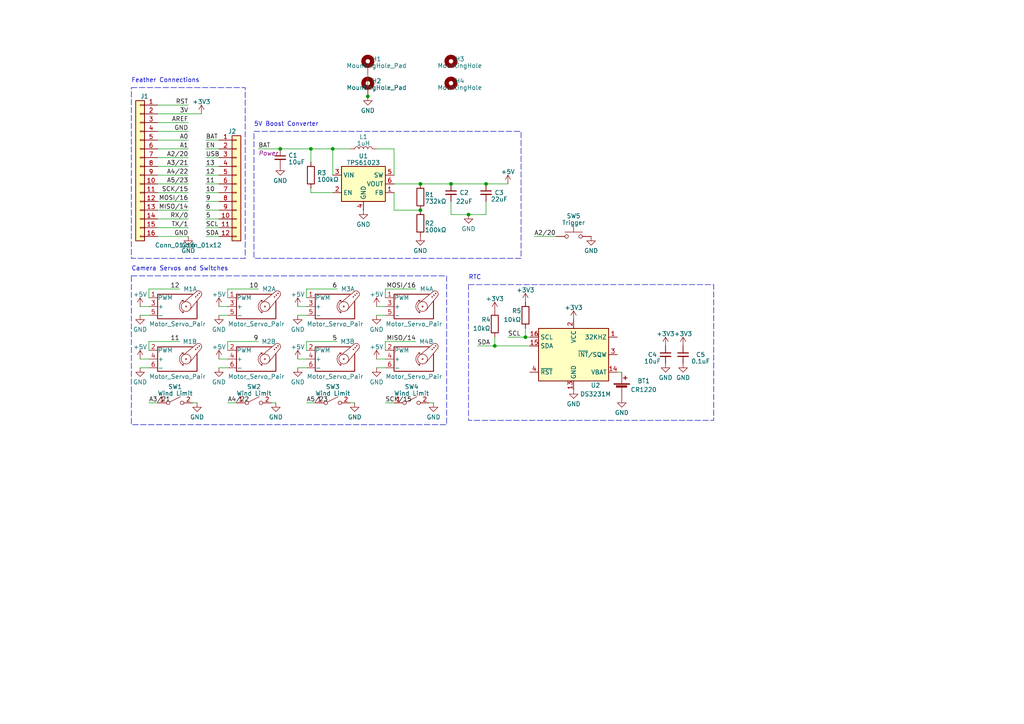
<source format=kicad_sch>
(kicad_sch (version 20230121) (generator eeschema)
  (paper "A4")
  (lib_symbols
    (symbol "Connector_Generic:Conn_01x12" (pin_names (offset 1.016) hide)
      (property "Reference" "J" (at 0 15.24 0))
      (property "Value" "Conn_01x12" (at 0 -17.78 0))
      (symbol "Conn_01x12_1_1"
        (rectangle (start -1.27 -15.113) (end 0 -15.367) (stroke (width 0.1524)))
        (rectangle (start -1.27 -12.573) (end 0 -12.827) (stroke (width 0.1524)))
        (rectangle (start -1.27 -10.033) (end 0 -10.287) (stroke (width 0.1524)))
        (rectangle (start -1.27 -7.493) (end 0 -7.747) (stroke (width 0.1524)))
        (rectangle (start -1.27 -4.953) (end 0 -5.207) (stroke (width 0.1524)))
        (rectangle (start -1.27 -2.413) (end 0 -2.667) (stroke (width 0.1524)))
        (rectangle (start -1.27 0.127) (end 0 -0.127) (stroke (width 0.1524)))
        (rectangle (start -1.27 2.667) (end 0 2.413) (stroke (width 0.1524)))
        (rectangle (start -1.27 5.207) (end 0 4.953) (stroke (width 0.1524)))
        (rectangle (start -1.27 7.747) (end 0 7.493) (stroke (width 0.1524)))
        (rectangle (start -1.27 10.287) (end 0 10.033) (stroke (width 0.1524)))
        (rectangle (start -1.27 12.827) (end 0 12.573) (stroke (width 0.1524)))
        (rectangle (start -1.27 13.97) (end 1.27 -16.51) (stroke (width 0.254)) (fill (type background)))
        (pin passive line (at -5.08 12.7 0) (length 3.81) (name "Pin_1") (number "1"))
        (pin passive line (at -5.08 -10.16 0) (length 3.81) (name "Pin_10") (number "10"))
        (pin passive line (at -5.08 -12.7 0) (length 3.81) (name "Pin_11") (number "11"))
        (pin passive line (at -5.08 -15.24 0) (length 3.81) (name "Pin_12") (number "12"))
        (pin passive line (at -5.08 10.16 0) (length 3.81) (name "Pin_2") (number "2"))
        (pin passive line (at -5.08 7.62 0) (length 3.81) (name "Pin_3") (number "3"))
        (pin passive line (at -5.08 5.08 0) (length 3.81) (name "Pin_4") (number "4"))
        (pin passive line (at -5.08 2.54 0) (length 3.81) (name "Pin_5") (number "5"))
        (pin passive line (at -5.08 0 0) (length 3.81) (name "Pin_6") (number "6"))
        (pin passive line (at -5.08 -2.54 0) (length 3.81) (name "Pin_7") (number "7"))
        (pin passive line (at -5.08 -5.08 0) (length 3.81) (name "Pin_8") (number "8"))
        (pin passive line (at -5.08 -7.62 0) (length 3.81) (name "Pin_9") (number "9"))
      )
    )
    (symbol "Connector_Generic:Conn_01x16" (pin_names (offset 1.016) hide)
      (property "Reference" "J" (at 0 20.32 0))
      (property "Value" "Conn_01x16" (at 0 -22.86 0))
      (symbol "Conn_01x16_1_1"
        (rectangle (start -1.27 -20.193) (end 0 -20.447) (stroke (width 0.1524)))
        (rectangle (start -1.27 -17.653) (end 0 -17.907) (stroke (width 0.1524)))
        (rectangle (start -1.27 -15.113) (end 0 -15.367) (stroke (width 0.1524)))
        (rectangle (start -1.27 -12.573) (end 0 -12.827) (stroke (width 0.1524)))
        (rectangle (start -1.27 -10.033) (end 0 -10.287) (stroke (width 0.1524)))
        (rectangle (start -1.27 -7.493) (end 0 -7.747) (stroke (width 0.1524)))
        (rectangle (start -1.27 -4.953) (end 0 -5.207) (stroke (width 0.1524)))
        (rectangle (start -1.27 -2.413) (end 0 -2.667) (stroke (width 0.1524)))
        (rectangle (start -1.27 0.127) (end 0 -0.127) (stroke (width 0.1524)))
        (rectangle (start -1.27 2.667) (end 0 2.413) (stroke (width 0.1524)))
        (rectangle (start -1.27 5.207) (end 0 4.953) (stroke (width 0.1524)))
        (rectangle (start -1.27 7.747) (end 0 7.493) (stroke (width 0.1524)))
        (rectangle (start -1.27 10.287) (end 0 10.033) (stroke (width 0.1524)))
        (rectangle (start -1.27 12.827) (end 0 12.573) (stroke (width 0.1524)))
        (rectangle (start -1.27 15.367) (end 0 15.113) (stroke (width 0.1524)))
        (rectangle (start -1.27 17.907) (end 0 17.653) (stroke (width 0.1524)))
        (rectangle (start -1.27 19.05) (end 1.27 -21.59) (stroke (width 0.254)) (fill (type background)))
        (pin passive line (at -5.08 17.78 0) (length 3.81) (name "Pin_1") (number "1"))
        (pin passive line (at -5.08 -5.08 0) (length 3.81) (name "Pin_10") (number "10"))
        (pin passive line (at -5.08 -7.62 0) (length 3.81) (name "Pin_11") (number "11"))
        (pin passive line (at -5.08 -10.16 0) (length 3.81) (name "Pin_12") (number "12"))
        (pin passive line (at -5.08 -12.7 0) (length 3.81) (name "Pin_13") (number "13"))
        (pin passive line (at -5.08 -15.24 0) (length 3.81) (name "Pin_14") (number "14"))
        (pin passive line (at -5.08 -17.78 0) (length 3.81) (name "Pin_15") (number "15"))
        (pin passive line (at -5.08 -20.32 0) (length 3.81) (name "Pin_16") (number "16"))
        (pin passive line (at -5.08 15.24 0) (length 3.81) (name "Pin_2") (number "2"))
        (pin passive line (at -5.08 12.7 0) (length 3.81) (name "Pin_3") (number "3"))
        (pin passive line (at -5.08 10.16 0) (length 3.81) (name "Pin_4") (number "4"))
        (pin passive line (at -5.08 7.62 0) (length 3.81) (name "Pin_5") (number "5"))
        (pin passive line (at -5.08 5.08 0) (length 3.81) (name "Pin_6") (number "6"))
        (pin passive line (at -5.08 2.54 0) (length 3.81) (name "Pin_7") (number "7"))
        (pin passive line (at -5.08 0 0) (length 3.81) (name "Pin_8") (number "8"))
        (pin passive line (at -5.08 -2.54 0) (length 3.81) (name "Pin_9") (number "9"))
      )
    )
    (symbol "Device:Battery_Cell" (pin_numbers hide) (pin_names (offset 0) hide)
      (property "Reference" "BT" (at 2.54 2.54 0))
      (property "Value" "Battery_Cell" (at 2.54 0 0))
      (symbol "Battery_Cell_0_1"
        (rectangle (start -2.286 1.778) (end 2.286 1.524) (fill (type outline)))
        (rectangle (start -1.5748 1.1938) (end 1.4732 0.6858) (fill (type outline)))
        (polyline (pts (xy 0 0.762) (xy 0 0)))
        (polyline (pts (xy 0 1.778) (xy 0 2.54)))
        (polyline (pts (xy 0.508 3.429) (xy 1.524 3.429)) (stroke (width 0.254)))
        (polyline (pts (xy 1.016 3.937) (xy 1.016 2.921)) (stroke (width 0.254)))
      )
      (symbol "Battery_Cell_1_1"
        (pin passive line (at 0 5.08 270) (length 2.54) (name "+") (number "1"))
        (pin passive line (at 0 -2.54 90) (length 2.54) (name "-") (number "2"))
      )
    )
    (symbol "Device:C_Small" (pin_numbers hide) (pin_names (offset 0.254) hide)
      (property "Reference" "C" (at 0.254 1.778 0))
      (property "Value" "C_Small" (at 0.254 -2.032 0))
      (symbol "C_Small_0_1"
        (polyline (pts (xy -1.524 -0.508) (xy 1.524 -0.508)) (stroke (width 0.3302)))
        (polyline (pts (xy -1.524 0.508) (xy 1.524 0.508)) (stroke (width 0.3048)))
      )
      (symbol "C_Small_1_1"
        (pin passive line (at 0 2.54 270) (length 2.032) (name "~") (number "1"))
        (pin passive line (at 0 -2.54 90) (length 2.032) (name "~") (number "2"))
      )
    )
    (symbol "Device:L" (pin_numbers hide) (pin_names (offset 1.016) hide)
      (property "Reference" "L" (at -1.27 0 90))
      (property "Value" "L" (at 1.905 0 90))
      (symbol "L_0_1"
        (arc (start 0 -2.54) (mid 0.6323 -1.905) (end 0 -1.27))
        (arc (start 0 -1.27) (mid 0.6323 -0.635) (end 0 0))
        (arc (start 0 0) (mid 0.6323 0.635) (end 0 1.27))
        (arc (start 0 1.27) (mid 0.6323 1.905) (end 0 2.54))
      )
      (symbol "L_1_1"
        (pin passive line (at 0 3.81 270) (length 1.27) (name "1") (number "1"))
        (pin passive line (at 0 -3.81 90) (length 1.27) (name "2") (number "2"))
      )
    )
    (symbol "Device:R" (pin_numbers hide) (pin_names (offset 0))
      (property "Reference" "R" (at 2.032 0 90))
      (property "Value" "R" (at 0 0 90))
      (symbol "R_0_1"
        (rectangle (start -1.016 -2.54) (end 1.016 2.54) (stroke (width 0.254)))
      )
      (symbol "R_1_1"
        (pin passive line (at 0 3.81 270) (length 1.27) (name "~") (number "1"))
        (pin passive line (at 0 -3.81 90) (length 1.27) (name "~") (number "2"))
      )
    )
    (symbol "Dispocam_Hub:Motor_Servo_Pair" (pin_names (offset 0.0254))
      (property "Reference" "M" (at -5.08 4.445 0))
      (property "Value" "Motor_Servo_Pair" (at -5.08 -4.064 0))
      (symbol "Motor_Servo_Pair_0_1"
        (polyline (pts (xy 2.413 -1.778) (xy 2.032 -1.778)))
        (polyline (pts (xy 2.413 -1.778) (xy 2.286 -1.397)))
        (polyline (pts (xy 2.413 1.778) (xy 1.905 1.778)))
        (polyline (pts (xy 2.413 1.778) (xy 2.286 1.397)))
        (polyline (pts (xy 6.35 4.445) (xy 2.54 1.27)))
        (polyline (pts (xy 7.62 3.175) (xy 4.191 -1.016)))
        (polyline (pts (xy 5.08 3.556) (xy -5.08 3.556) (xy -5.08 -3.556) (xy 6.35 -3.556) (xy 6.35 1.524)) (stroke (width 0.254)))
        (arc (start 2.413 1.778) (mid 1.2406 0) (end 2.413 -1.778))
        (circle (center 3.175 0) (radius 0.1778))
        (circle (center 3.175 0) (radius 1.4224))
        (circle (center 5.969 2.794) (radius 0.127))
        (circle (center 6.477 3.302) (radius 0.127))
        (circle (center 6.985 3.81) (radius 0.127))
        (arc (start 7.62 3.175) (mid 7.4485 4.2735) (end 6.35 4.445))
      )
      (symbol "Motor_Servo_Pair_1_1"
        (pin passive line (at -7.62 2.54 0) (length 2.54) (name "PWM") (number "1"))
        (pin power_in line (at -7.62 0 0) (length 2.54) (name "+") (number "3"))
        (pin power_in line (at -7.62 -2.54 0) (length 2.54) (name "-") (number "5"))
      )
      (symbol "Motor_Servo_Pair_2_1"
        (pin passive line (at -7.62 2.54 0) (length 2.54) (name "PWM") (number "2"))
        (pin power_in line (at -7.62 0 0) (length 2.54) (name "+") (number "4"))
        (pin power_in line (at -7.62 -2.54 0) (length 2.54) (name "-") (number "6"))
      )
    )
    (symbol "Dispocam_Hub:TPS61023"
      (property "Reference" "U" (at 0 8.89 0))
      (property "Value" "TPS61023" (at 0 6.35 0))
      (symbol "TPS61023_0_1"
        (rectangle (start -6.35 5.08) (end 6.35 -5.08) (stroke (width 0.254)) (fill (type background)))
      )
      (symbol "TPS61023_1_0"
        (pin power_out line (at 8.89 0 180) (length 2.54) (name "VOUT") (number "6"))
      )
      (symbol "TPS61023_1_1"
        (pin input line (at 8.89 -2.54 180) (length 2.54) (name "FB") (number "1"))
        (pin input line (at -8.89 -2.54 0) (length 2.54) (name "EN") (number "2"))
        (pin power_in line (at -8.89 2.54 0) (length 2.54) (name "VIN") (number "3"))
        (pin power_in line (at 0 -7.62 90) (length 2.54) (name "GND") (number "4"))
        (pin power_out line (at 8.89 2.54 180) (length 2.54) (name "SW") (number "5"))
      )
    )
    (symbol "Mechanical:MountingHole" (pin_names (offset 1.016))
      (property "Reference" "H" (at 0 5.08 0))
      (property "Value" "MountingHole" (at 0 3.175 0))
      (symbol "MountingHole_0_1"
        (circle (center 0 0) (radius 1.27) (stroke (width 1.27)))
      )
    )
    (symbol "Mechanical:MountingHole_Pad" (pin_numbers hide) (pin_names (offset 1.016) hide)
      (property "Reference" "H" (at 0 6.35 0))
      (property "Value" "MountingHole_Pad" (at 0 4.445 0))
      (symbol "MountingHole_Pad_0_1"
        (circle (center 0 1.27) (radius 1.27) (stroke (width 1.27)))
      )
      (symbol "MountingHole_Pad_1_1"
        (pin input line (at 0 -2.54 90) (length 2.54) (name "1") (number "1"))
      )
    )
    (symbol "Switch:SW_Push" (pin_numbers hide) (pin_names (offset 1.016) hide)
      (property "Reference" "SW" (at 1.27 2.54 0))
      (property "Value" "SW_Push" (at 0 -1.524 0))
      (symbol "SW_Push_0_1"
        (circle (center -2.032 0) (radius 0.508))
        (polyline (pts (xy 0 1.27) (xy 0 3.048)))
        (polyline (pts (xy 2.54 1.27) (xy -2.54 1.27)))
        (circle (center 2.032 0) (radius 0.508))
        (pin passive line (at -5.08 0 0) (length 2.54) (name "1") (number "1"))
        (pin passive line (at 5.08 0 180) (length 2.54) (name "2") (number "2"))
      )
    )
    (symbol "Switch:SW_SPST" (pin_names (offset 0) hide)
      (property "Reference" "SW" (at 0 3.175 0))
      (property "Value" "SW_SPST" (at 0 -2.54 0))
      (symbol "SW_SPST_0_0"
        (circle (center -2.032 0) (radius 0.508))
        (polyline (pts (xy -1.524 0.254) (xy 1.524 1.778)))
        (circle (center 2.032 0) (radius 0.508))
      )
      (symbol "SW_SPST_1_1"
        (pin passive line (at -5.08 0 0) (length 2.54) (name "A") (number "1"))
        (pin passive line (at 5.08 0 180) (length 2.54) (name "B") (number "2"))
      )
    )
    (symbol "Timer_RTC:DS3231M"
      (property "Reference" "U2" (at 1.9559 -9.3425 0))
      (property "Value" "DS3231M" (at 1.9559 -11.2635 0))
      (symbol "DS3231M_0_1"
        (rectangle (start -10.16 7.62) (end 10.16 -7.62) (stroke (width 0.254)) (fill (type background)))
      )
      (symbol "DS3231M_1_1"
        (pin open_collector line (at 12.7 5.08 180) (length 2.54) (name "32KHZ") (number "1"))
        (pin passive line (at 0 -10.16 90) (length 2.54) hide (name "GND") (number "10"))
        (pin passive line (at 0 -10.16 90) (length 2.54) hide (name "GND") (number "11"))
        (pin passive line (at 0 -10.16 90) (length 2.54) hide (name "GND") (number "12"))
        (pin power_in line (at 0 -10.16 90) (length 2.54) (name "GND") (number "13"))
        (pin power_in line (at 12.7 -5.08 180) (length 2.54) (name "VBAT") (number "14"))
        (pin bidirectional line (at -12.7 2.54 0) (length 2.54) (name "SDA") (number "15"))
        (pin input line (at -12.7 5.08 0) (length 2.54) (name "SCL") (number "16"))
        (pin power_in line (at 0 10.16 270) (length 2.54) (name "VCC") (number "2"))
        (pin open_collector line (at 12.7 0 180) (length 2.54) (name "~{INT}/SQW") (number "3"))
        (pin bidirectional line (at -12.7 -5.08 0) (length 2.54) (name "~{RST}") (number "4"))
        (pin passive line (at 0 -10.16 90) (length 2.54) hide (name "GND") (number "5"))
        (pin passive line (at 0 -10.16 90) (length 2.54) hide (name "GND") (number "6"))
        (pin passive line (at 0 -10.16 90) (length 2.54) hide (name "GND") (number "7"))
        (pin passive line (at 0 -10.16 90) (length 2.54) hide (name "GND") (number "8"))
        (pin passive line (at 0 -10.16 90) (length 2.54) hide (name "GND") (number "9"))
      )
    )
    (symbol "power:+3V3" (power) (pin_names (offset 0))
      (property "Value" "+3V3" (at 0 3.556 0))
      (symbol "+3V3_0_1"
        (polyline (pts (xy -0.762 1.27) (xy 0 2.54)))
        (polyline (pts (xy 0 0) (xy 0 2.54)))
        (polyline (pts (xy 0 2.54) (xy 0.762 1.27)))
      )
      (symbol "+3V3_1_1"
        (pin power_in line (at 0 0 90) (length 0) hide (name "+3V3") (number "1"))
      )
    )
    (symbol "power:+5V" (power) (pin_names (offset 0))
      (property "Value" "+5V" (at 0 3.556 0))
      (symbol "+5V_0_1"
        (polyline (pts (xy -0.762 1.27) (xy 0 2.54)))
        (polyline (pts (xy 0 0) (xy 0 2.54)))
        (polyline (pts (xy 0 2.54) (xy 0.762 1.27)))
      )
      (symbol "+5V_1_1"
        (pin power_in line (at 0 0 90) (length 0) hide (name "+5V") (number "1"))
      )
    )
    (symbol "power:GND" (power) (pin_names (offset 0))
      (property "Value" "GND" (at 0 -3.81 0))
      (symbol "GND_0_1"
        (polyline (pts (xy 0 0) (xy 0 -1.27) (xy 1.27 -1.27) (xy 0 -2.54) (xy -1.27 -1.27) (xy 0 -1.27)))
      )
      (symbol "GND_1_1"
        (pin power_in line (at 0 0 270) (length 0) hide (name "GND") (number "1"))
      )
    )
  )
  (junction (at 130.81 53.34))
  (junction (at 140.97 53.34))
  (junction (at 135.89 62.23))
  (junction (at 81.28 43.18))
  (junction (at 96.52 43.18))
  (junction (at 121.92 53.34))
  (junction (at 106.68 27.94))
  (junction (at 90.17 43.18))
  (junction (at 152.4 97.79))
  (junction (at 143.51 100.33))
  (junction (at 121.92 60.96))
  (wire (pts (xy 43.18 99.06) (xy 43.18 101.6)))
  (wire (pts (xy 45.72 55.88) (xy 54.61 55.88)))
  (wire (pts (xy 45.72 63.5) (xy 54.61 63.5)))
  (wire (pts (xy 63.5 88.9) (xy 66.04 88.9)))
  (wire (pts (xy 140.97 62.23) (xy 140.97 58.42)))
  (wire (pts (xy 109.22 104.14) (xy 111.76 104.14)))
  (wire (pts (xy 97.79 83.82) (xy 88.9 83.82)))
  (wire (pts (xy 111.76 116.84) (xy 114.3 116.84)))
  (wire (pts (xy 45.72 45.72) (xy 54.61 45.72)))
  (wire (pts (xy 45.72 53.34) (xy 54.61 53.34)))
  (wire (pts (xy 59.69 50.8) (xy 63.5 50.8)))
  (wire (pts (xy 45.72 38.1) (xy 54.61 38.1)))
  (wire (pts (xy 74.93 99.06) (xy 66.04 99.06)))
  (wire (pts (xy 106.68 27.94) (xy 106.68 21.59)))
  (wire (pts (xy 143.51 97.79) (xy 143.51 100.33)))
  (wire (pts (xy 109.22 106.68) (xy 111.76 106.68)))
  (wire (pts (xy 114.3 55.88) (xy 114.3 60.96)))
  (wire (pts (xy 45.72 66.04) (xy 54.61 66.04)))
  (wire (pts (xy 45.72 48.26) (xy 54.61 48.26)))
  (wire (pts (xy 180.34 107.95) (xy 179.07 107.95)))
  (wire (pts (xy 40.64 88.9) (xy 43.18 88.9)))
  (wire (pts (xy 59.69 68.58) (xy 63.5 68.58)))
  (wire (pts (xy 86.36 106.68) (xy 88.9 106.68)))
  (wire (pts (xy 59.69 60.96) (xy 63.5 60.96)))
  (wire (pts (xy 120.65 99.06) (xy 111.76 99.06)))
  (wire (pts (xy 59.69 45.72) (xy 63.5 45.72)))
  (wire (pts (xy 109.22 91.44) (xy 111.76 91.44)))
  (wire (pts (xy 109.22 88.9) (xy 111.76 88.9)))
  (wire (pts (xy 88.9 116.84) (xy 91.44 116.84)))
  (wire (pts (xy 120.65 83.82) (xy 111.76 83.82)))
  (wire (pts (xy 135.89 62.23) (xy 140.97 62.23)))
  (wire (pts (xy 102.87 116.84) (xy 101.6 116.84)))
  (wire (pts (xy 114.3 53.34) (xy 121.92 53.34)))
  (wire (pts (xy 66.04 99.06) (xy 66.04 101.6)))
  (wire (pts (xy 45.72 43.18) (xy 54.61 43.18)))
  (wire (pts (xy 96.52 43.18) (xy 96.52 50.8)))
  (wire (pts (xy 59.69 40.64) (xy 63.5 40.64)))
  (wire (pts (xy 74.93 43.18) (xy 81.28 43.18)))
  (wire (pts (xy 109.22 43.18) (xy 114.3 43.18)))
  (wire (pts (xy 111.76 83.82) (xy 111.76 86.36)))
  (wire (pts (xy 125.73 116.84) (xy 124.46 116.84)))
  (wire (pts (xy 52.07 99.06) (xy 43.18 99.06)))
  (wire (pts (xy 114.3 60.96) (xy 121.92 60.96)))
  (wire (pts (xy 52.07 83.82) (xy 43.18 83.82)))
  (wire (pts (xy 86.36 88.9) (xy 88.9 88.9)))
  (wire (pts (xy 101.6 43.18) (xy 96.52 43.18)))
  (wire (pts (xy 121.92 53.34) (xy 130.81 53.34)))
  (wire (pts (xy 63.5 106.68) (xy 66.04 106.68)))
  (wire (pts (xy 74.93 83.82) (xy 66.04 83.82)))
  (wire (pts (xy 88.9 83.82) (xy 88.9 86.36)))
  (wire (pts (xy 130.81 62.23) (xy 130.81 58.42)))
  (wire (pts (xy 45.72 33.02) (xy 58.42 33.02)))
  (wire (pts (xy 59.69 63.5) (xy 63.5 63.5)))
  (wire (pts (xy 81.28 43.18) (xy 90.17 43.18)))
  (wire (pts (xy 45.72 35.56) (xy 54.61 35.56)))
  (wire (pts (xy 80.01 116.84) (xy 78.74 116.84)))
  (wire (pts (xy 90.17 55.88) (xy 96.52 55.88)))
  (wire (pts (xy 40.64 91.44) (xy 43.18 91.44)))
  (wire (pts (xy 40.64 104.14) (xy 43.18 104.14)))
  (wire (pts (xy 40.64 106.68) (xy 43.18 106.68)))
  (wire (pts (xy 45.72 60.96) (xy 54.61 60.96)))
  (wire (pts (xy 43.18 116.84) (xy 45.72 116.84)))
  (wire (pts (xy 130.81 53.34) (xy 140.97 53.34)))
  (wire (pts (xy 130.81 62.23) (xy 135.89 62.23)))
  (wire (pts (xy 88.9 99.06) (xy 88.9 101.6)))
  (wire (pts (xy 154.94 68.58) (xy 161.29 68.58)))
  (wire (pts (xy 147.32 97.79) (xy 152.4 97.79)))
  (wire (pts (xy 111.76 99.06) (xy 111.76 101.6)))
  (wire (pts (xy 114.3 43.18) (xy 114.3 50.8)))
  (wire (pts (xy 86.36 91.44) (xy 88.9 91.44)))
  (wire (pts (xy 90.17 43.18) (xy 96.52 43.18)))
  (wire (pts (xy 45.72 30.48) (xy 54.61 30.48)))
  (wire (pts (xy 97.79 99.06) (xy 88.9 99.06)))
  (wire (pts (xy 63.5 91.44) (xy 66.04 91.44)))
  (wire (pts (xy 66.04 116.84) (xy 68.58 116.84)))
  (wire (pts (xy 86.36 104.14) (xy 88.9 104.14)))
  (wire (pts (xy 45.72 50.8) (xy 54.61 50.8)))
  (wire (pts (xy 59.69 55.88) (xy 63.5 55.88)))
  (wire (pts (xy 59.69 48.26) (xy 63.5 48.26)))
  (wire (pts (xy 45.72 68.58) (xy 54.61 68.58)))
  (wire (pts (xy 90.17 46.99) (xy 90.17 43.18)))
  (wire (pts (xy 59.69 43.18) (xy 63.5 43.18)))
  (wire (pts (xy 57.15 116.84) (xy 55.88 116.84)))
  (wire (pts (xy 63.5 104.14) (xy 66.04 104.14)))
  (wire (pts (xy 138.43 100.33) (xy 143.51 100.33)))
  (wire (pts (xy 152.4 95.25) (xy 152.4 97.79)))
  (wire (pts (xy 59.69 53.34) (xy 63.5 53.34)))
  (wire (pts (xy 45.72 58.42) (xy 54.61 58.42)))
  (wire (pts (xy 66.04 83.82) (xy 66.04 86.36)))
  (wire (pts (xy 59.69 58.42) (xy 63.5 58.42)))
  (wire (pts (xy 152.4 97.79) (xy 153.67 97.79)))
  (wire (pts (xy 90.17 54.61) (xy 90.17 55.88)))
  (wire (pts (xy 45.72 40.64) (xy 54.61 40.64)))
  (wire (pts (xy 140.97 53.34) (xy 147.32 53.34)))
  (wire (pts (xy 43.18 83.82) (xy 43.18 86.36)))
  (wire (pts (xy 143.51 100.33) (xy 153.67 100.33)))
  (wire (pts (xy 59.69 66.04) (xy 63.5 66.04)))
  (rectangle (start 38.1 80.01) (end 129.54 123.19) (stroke (width 0) (type dash)))
  (rectangle (start 135.89 82.55) (end 207.01 121.92) (stroke (width 0) (type dash)))
  (rectangle (start 73.66 38.1) (end 151.13 74.93) (stroke (width 0) (type dash)))
  (rectangle (start 38.1 25.4) (end 71.12 74.93) (stroke (width 0) (type dash)))
  (text "5V Boost Converter" (at 73.66 36.83 0) (effects (font (size 1.27 1.27)) (justify left bottom)))
  (text "RTC" (at 135.89 81.28 0) (effects (font (size 1.27 1.27)) (justify left bottom)))
  (text "Camera Servos and Switches" (at 38.1 78.74 0) (effects (font (size 1.27 1.27)) (justify left bottom)))
  (text "Feather Connections" (at 38.1 24.13 0) (effects (font (size 1.27 1.27)) (justify left bottom)))
  (label "BAT" (at 59.69 40.64 0))
  (label "3V" (at 54.61 33.02 180))
  (label "11" (at 59.69 53.34 0))
  (label "A4{slash}22" (at 66.04 116.84 0))
  (label "SCL" (at 59.69 66.04 0))
  (label "AREF" (at 54.61 35.56 180))
  (label "10" (at 74.93 83.82 180))
  (label "A3{slash}21" (at 54.61 48.26 180))
  (label "MISO{slash}14" (at 120.65 99.06 180))
  (label "12" (at 52.07 83.82 180))
  (label "A4{slash}22" (at 54.61 50.8 180))
  (label "A0" (at 54.61 40.64 180))
  (label "SCL" (at 147.32 97.79 0))
  (label "A1" (at 54.61 43.18 180))
  (label "9" (at 59.69 58.42 0))
  (label "RX{slash}0" (at 54.61 63.5 180))
  (label "A5{slash}23" (at 88.9 116.84 0))
  (label "MOSI{slash}16" (at 120.65 83.82 180))
  (label "A2{slash}20" (at 154.94 68.58 0))
  (label "13" (at 59.69 48.26 0))
  (label "5" (at 59.69 63.5 0))
  (label "EN" (at 59.69 43.18 0))
  (label "9" (at 74.93 99.06 180))
  (label "BAT" (at 74.93 43.18 0) (property "Netclass" "Power" (at 74.93 44.45 0) (effects (font italic) (justify left))))
  (label "10" (at 59.69 55.88 0))
  (label "5" (at 97.79 99.06 180))
  (label "A5{slash}23" (at 54.61 53.34 180))
  (label "6" (at 97.79 83.82 180))
  (label "A3{slash}21" (at 43.18 116.84 0))
  (label "MISO{slash}14" (at 54.61 60.96 180))
  (label "SCK{slash}15" (at 111.76 116.84 0))
  (label "GND" (at 54.61 38.1 180))
  (label "SDA" (at 138.43 100.33 0))
  (label "6" (at 59.69 60.96 0))
  (label "RST" (at 54.61 30.48 180))
  (label "SDA" (at 59.69 68.58 0))
  (label "12" (at 59.69 50.8 0))
  (label "TX{slash}1" (at 54.61 66.04 180))
  (label "MOSI{slash}16" (at 54.61 58.42 180))
  (label "SCK{slash}15" (at 54.61 55.88 180))
  (label "11" (at 52.07 99.06 180))
  (label "USB" (at 59.69 45.72 0))
  (label "A2{slash}20" (at 54.61 45.72 180))
  (label "GND" (at 54.61 68.58 180))
  (symbol (lib_id "power:GND") (at 40.64 91.44 0) (unit 1)
    (property "Reference" "#PWR09" (effects hide))
    (property "Value" "GND" (at 40.64 95.5755 0))
  )
  (symbol (lib_id "power:GND") (at 109.22 91.44 0) (unit 1)
    (property "Reference" "#PWR023" (effects hide))
    (property "Value" "GND" (at 109.22 95.5755 0))
  )
  (symbol (lib_id "Connector_Generic:Conn_01x12") (at 68.58 53.34 0) (unit 1)
    (property "Reference" "J2" (at 67.31 38.1 0))
    (property "Value" "Conn_01x12" (at 58.42 71.12 0))
    (property "Footprint" "Connector_PinHeader_2.54mm:PinHeader_1x12_P2.54mm_Vertical" (effects hide))
  )
  (symbol (lib_id "power:+3V3") (at 166.37 92.71 0) (unit 1)
    (property "Reference" "#PWR028" (effects hide))
    (property "Value" "+3V3" (at 166.37 89.2081 0))
  )
  (symbol (lib_id "power:GND") (at 171.45 68.58 0) (unit 1)
    (property "Reference" "#PWR037" (effects hide))
    (property "Value" "GND" (at 171.45 72.7155 0))
  )
  (symbol (lib_id "Dispocam_Hub:Motor_Servo_Pair") (at 50.8 88.9 0) (unit 1)
    (property "Reference" "M1" (at 57.15 83.82 0) (effects (justify right)))
    (property "Value" "Motor_Servo_Pair" (at 59.69 93.98 0) (effects (justify right)))
    (property "Footprint" "Connector_PinHeader_2.54mm:PinHeader_2x03_P2.54mm_Vertical" (effects hide))
    (property "Datasheet" "http://forums.parallax.com/uploads/attachments/46831/74481.png" (effects hide))
    (property "Digikey Part #" "609-3234-ND" (effects hide))
  )
  (symbol (lib_id "Dispocam_Hub:Motor_Servo_Pair") (at 96.52 88.9 0) (unit 1)
    (property "Reference" "M3" (at 102.87 83.82 0) (effects (justify right)))
    (property "Value" "Motor_Servo_Pair" (at 105.41 93.98 0) (effects (justify right)))
    (property "Footprint" "Connector_PinHeader_2.54mm:PinHeader_2x03_P2.54mm_Vertical" (effects hide))
    (property "Datasheet" "http://forums.parallax.com/uploads/attachments/46831/74481.png" (effects hide))
    (property "Digikey Part #" "609-3234-ND" (effects hide))
  )
  (symbol (lib_id "power:GND") (at 125.73 116.84 0) (unit 1)
    (property "Reference" "#PWR026" (effects hide))
    (property "Value" "GND" (at 125.73 120.9755 0))
  )
  (symbol (lib_id "Device:C_Small") (at 130.81 55.88 0) (unit 1)
    (property "Reference" "C2" (at 134.62 55.88 0))
    (property "Value" "22uF" (at 134.62 58.42 0))
    (property "Footprint" "Capacitor_SMD:C_0603_1608Metric" (effects hide))
    (property "Digikey Part #" "1276-1274-1-ND" (effects hide))
  )
  (symbol (lib_id "power:GND") (at 57.15 116.84 0) (unit 1)
    (property "Reference" "#PWR06" (effects hide))
    (property "Value" "GND" (at 57.15 120.9755 0))
  )
  (symbol (lib_id "Device:R") (at 143.51 93.98 0) (mirror y) (unit 1)
    (property "Reference" "R4" (at 140.97 92.71 0))
    (property "Value" "10kΩ" (at 139.7 95.25 0))
    (property "Footprint" "Resistor_SMD:R_0603_1608Metric" (effects hide))
    (property "Digikey Part #" "RNCP0603FTD10K0CT-ND" (effects hide))
  )
  (symbol (lib_id "power:+5V") (at 109.22 104.14 0) (unit 1)
    (property "Reference" "#PWR024" (effects hide))
    (property "Value" "+5V" (at 109.22 100.6381 0))
  )
  (symbol (lib_id "Switch:SW_SPST") (at 96.52 116.84 0) (unit 1)
    (property "Reference" "SW3" (at 96.52 112.1791 0))
    (property "Value" "Wind Limit" (at 96.52 114.1001 0))
    (property "Footprint" "Connector_PinHeader_2.54mm:PinHeader_1x02_P2.54mm_Vertical" (effects hide))
  )
  (symbol (lib_id "Mechanical:MountingHole") (at 130.81 17.78 0) (unit 1) (in_bom no)
    (property "Reference" "H3" (at 133.35 17.1363 0))
    (property "Value" "MountingHole" (at 133.35 19.0573 0))
    (property "Footprint" "Dispocam_Hub:MountingHole_0.1in" (effects hide))
  )
  (symbol (lib_id "power:GND") (at 86.36 91.44 0) (unit 1)
    (property "Reference" "#PWR018" (effects hide))
    (property "Value" "GND" (at 86.36 95.5755 0))
  )
  (symbol (lib_id "power:+5V") (at 147.32 53.34 0) (unit 1)
    (property "Reference" "#PWR07" (effects hide))
    (property "Value" "+5V" (at 147.32 49.8381 0))
  )
  (symbol (lib_id "power:+3V3") (at 198.12 100.33 0) (unit 1)
    (property "Reference" "#PWR033" (effects hide))
    (property "Value" "+3V3" (at 198.12 96.8281 0))
  )
  (symbol (lib_id "power:GND") (at 86.36 106.68 0) (unit 1)
    (property "Reference" "#PWR020" (effects hide))
    (property "Value" "GND" (at 86.36 110.8155 0))
  )
  (symbol (lib_id "power:+5V") (at 63.5 104.14 0) (unit 1)
    (property "Reference" "#PWR014" (effects hide))
    (property "Value" "+5V" (at 63.5 100.6381 0))
  )
  (symbol (lib_id "power:GND") (at 198.12 105.41 0) (unit 1)
    (property "Reference" "#PWR034" (effects hide))
    (property "Value" "GND" (at 198.12 109.5455 0))
  )
  (symbol (lib_id "Switch:SW_SPST") (at 119.38 116.84 0) (unit 1)
    (property "Reference" "SW4" (at 119.38 112.1791 0))
    (property "Value" "Wind Limit" (at 119.38 114.1001 0))
    (property "Footprint" "Connector_PinHeader_2.54mm:PinHeader_1x02_P2.54mm_Vertical" (effects hide))
  )
  (symbol (lib_id "power:GND") (at 80.01 116.84 0) (unit 1)
    (property "Reference" "#PWR016" (effects hide))
    (property "Value" "GND" (at 80.01 120.9755 0))
  )
  (symbol (lib_id "power:GND") (at 63.5 91.44 0) (unit 1)
    (property "Reference" "#PWR013" (effects hide))
    (property "Value" "GND" (at 63.5 95.5755 0))
  )
  (symbol (lib_id "Dispocam_Hub:TPS61023") (at 105.41 53.34 0) (unit 1)
    (property "Reference" "U1" (at 105.41 45.2501 0))
    (property "Value" "TPS61023" (at 105.41 47.1711 0))
    (property "Footprint" "Package_TO_SOT_SMD:SOT-563" (effects hide))
    (property "Datasheet" "http://www.ti.com/lit/ds/symlink/tps61023.pdf" (effects hide))
    (property "Digikey Part #" "296-TPS61023DRLTCT-ND" (effects hide))
  )
  (symbol (lib_id "power:GND") (at 193.04 105.41 0) (unit 1)
    (property "Reference" "#PWR032" (effects hide))
    (property "Value" "GND" (at 193.04 109.5455 0))
  )
  (symbol (lib_id "power:+3V3") (at 193.04 100.33 0) (unit 1)
    (property "Reference" "#PWR031" (effects hide))
    (property "Value" "+3V3" (at 193.04 96.8281 0))
  )
  (symbol (lib_id "power:GND") (at 106.68 27.94 0) (unit 1)
    (property "Reference" "#PWR038" (effects hide))
    (property "Value" "GND" (at 106.68 32.0755 0))
  )
  (symbol (lib_id "power:GND") (at 40.64 106.68 0) (unit 1)
    (property "Reference" "#PWR011" (effects hide))
    (property "Value" "GND" (at 40.64 110.8155 0))
  )
  (symbol (lib_id "power:+5V") (at 86.36 88.9 0) (unit 1)
    (property "Reference" "#PWR017" (effects hide))
    (property "Value" "+5V" (at 86.36 85.3981 0))
  )
  (symbol (lib_id "Dispocam_Hub:Motor_Servo_Pair") (at 96.52 104.14 0) (unit 2)
    (property "Reference" "M3" (at 102.87 99.06 0) (effects (justify right)))
    (property "Value" "Motor_Servo_Pair" (at 105.41 109.22 0) (effects (justify right)))
    (property "Footprint" "Connector_PinHeader_2.54mm:PinHeader_2x03_P2.54mm_Vertical" (effects hide))
    (property "Datasheet" "http://forums.parallax.com/uploads/attachments/46831/74481.png" (effects hide))
    (property "Digikey Part #" "609-3234-ND" (effects hide))
  )
  (symbol (lib_id "Device:Battery_Cell") (at 180.34 113.03 0) (unit 1)
    (property "Reference" "BT1" (at 186.69 110.49 0))
    (property "Value" "CR1220" (at 186.69 113.03 0))
    (property "Footprint" "Dispocam_Hub:BAT_BK-916-TR" (effects hide))
    (property "Digikey Part #" "BK-916-CT-ND" (effects hide))
  )
  (symbol (lib_id "Switch:SW_SPST") (at 50.8 116.84 0) (unit 1)
    (property "Reference" "SW1" (at 50.8 112.1791 0))
    (property "Value" "Wind Limit" (at 50.8 114.1001 0))
    (property "Footprint" "Connector_PinHeader_2.54mm:PinHeader_1x02_P2.54mm_Vertical" (effects hide))
  )
  (symbol (lib_id "Device:R") (at 121.92 57.15 0) (unit 1)
    (property "Reference" "R1" (at 123.19 56.499 0) (effects (justify left)))
    (property "Value" "732kΩ" (at 123.19 58.42 0) (effects (justify left)))
    (property "Footprint" "Resistor_SMD:R_0603_1608Metric" (effects hide))
    (property "Digikey Part #" "311-732KHRCT-ND" (effects hide))
  )
  (symbol (lib_id "Device:C_Small") (at 198.12 102.87 0) (unit 1)
    (property "Reference" "C5" (at 203.2 102.87 0))
    (property "Value" "0.1uF" (at 203.2 104.791 0))
    (property "Footprint" "Capacitor_SMD:C_0603_1608Metric" (effects hide))
    (property "Digikey Part #" "1276-CL10B104KB8NNNLCT-ND" (effects hide))
  )
  (symbol (lib_id "Mechanical:MountingHole_Pad") (at 106.68 19.05 0) (unit 1) (in_bom no)
    (property "Reference" "H1" (at 109.22 17.1363 0))
    (property "Value" "MountingHole_Pad" (at 109.22 19.0573 0))
    (property "Footprint" "Dispocam_Hub:MountingHole_0.1in_Pad" (effects hide))
  )
  (symbol (lib_id "Switch:SW_Push") (at 166.37 68.58 0) (unit 1)
    (property "Reference" "SW5" (at 166.37 62.6491 0))
    (property "Value" "Trigger" (at 166.37 64.5701 0))
    (property "Footprint" "Button_Switch_SMD:SW_SPST_PTS810" (effects hide))
    (property "Digikey Part #" "CKN10503CT-ND" (effects hide))
  )
  (symbol (lib_id "Dispocam_Hub:Motor_Servo_Pair") (at 119.38 88.9 0) (unit 1)
    (property "Reference" "M4" (at 125.73 83.82 0) (effects (justify right)))
    (property "Value" "Motor_Servo_Pair" (at 128.27 93.98 0) (effects (justify right)))
    (property "Footprint" "Connector_PinHeader_2.54mm:PinHeader_2x03_P2.54mm_Vertical" (effects hide))
    (property "Datasheet" "http://forums.parallax.com/uploads/attachments/46831/74481.png" (effects hide))
    (property "Digikey Part #" "609-3234-ND" (effects hide))
  )
  (symbol (lib_id "Connector_Generic:Conn_01x16") (at 40.64 48.26 0) (mirror y) (unit 1)
    (property "Reference" "J1" (at 41.91 27.94 0))
    (property "Value" "Conn_01x16" (at 50.8 71.12 0))
    (property "Footprint" "Connector_PinHeader_2.54mm:PinHeader_1x16_P2.54mm_Vertical" (effects hide))
  )
  (symbol (lib_id "power:GND") (at 81.28 48.26 0) (unit 1)
    (property "Reference" "#PWR03" (effects hide))
    (property "Value" "GND" (at 81.28 52.3955 0))
  )
  (symbol (lib_id "power:GND") (at 109.22 106.68 0) (unit 1)
    (property "Reference" "#PWR025" (effects hide))
    (property "Value" "GND" (at 109.22 110.8155 0))
  )
  (symbol (lib_id "Device:C_Small") (at 140.97 55.88 0) (unit 1)
    (property "Reference" "C3" (at 144.78 55.88 0))
    (property "Value" "22uF" (at 144.78 57.801 0))
    (property "Footprint" "Capacitor_SMD:C_0603_1608Metric" (effects hide))
    (property "Digikey Part #" "1276-1274-1-ND" (effects hide))
  )
  (symbol (lib_id "power:+5V") (at 63.5 88.9 0) (unit 1)
    (property "Reference" "#PWR012" (effects hide))
    (property "Value" "+5V" (at 63.5 85.3981 0))
  )
  (symbol (lib_id "power:+5V") (at 40.64 88.9 0) (unit 1)
    (property "Reference" "#PWR08" (effects hide))
    (property "Value" "+5V" (at 40.64 85.3981 0))
  )
  (symbol (lib_id "power:GND") (at 102.87 116.84 0) (unit 1)
    (property "Reference" "#PWR021" (effects hide))
    (property "Value" "GND" (at 102.87 120.9755 0))
  )
  (symbol (lib_id "power:+3V3") (at 58.42 33.02 0) (unit 1)
    (property "Reference" "#PWR027" (effects hide))
    (property "Value" "+3V3" (at 58.42 29.5181 0))
  )
  (symbol (lib_id "power:GND") (at 63.5 106.68 0) (unit 1)
    (property "Reference" "#PWR015" (effects hide))
    (property "Value" "GND" (at 63.5 110.8155 0))
  )
  (symbol (lib_id "Device:R") (at 152.4 91.44 0) (mirror y) (unit 1)
    (property "Reference" "R5" (at 149.86 90.17 0))
    (property "Value" "10kΩ" (at 148.59 92.71 0))
    (property "Footprint" "Resistor_SMD:R_0603_1608Metric" (effects hide))
    (property "Digikey Part #" "RNCP0603FTD10K0CT-ND" (effects hide))
  )
  (symbol (lib_id "power:GND") (at 166.37 113.03 0) (unit 1)
    (property "Reference" "#PWR029" (effects hide))
    (property "Value" "GND" (at 166.37 117.1655 0))
  )
  (symbol (lib_id "Switch:SW_SPST") (at 73.66 116.84 0) (unit 1)
    (property "Reference" "SW2" (at 73.66 112.1791 0))
    (property "Value" "Wind Limit" (at 73.66 114.1001 0))
    (property "Footprint" "Connector_PinHeader_2.54mm:PinHeader_1x02_P2.54mm_Vertical" (effects hide))
  )
  (symbol (lib_id "power:GND") (at 135.89 62.23 0) (unit 1)
    (property "Reference" "#PWR04" (effects hide))
    (property "Value" "GND" (at 135.89 66.3655 0))
  )
  (symbol (lib_id "power:+3V3") (at 143.51 90.17 0) (unit 1)
    (property "Reference" "#PWR036" (effects hide))
    (property "Value" "+3V3" (at 143.51 86.6681 0))
  )
  (symbol (lib_id "Device:C_Small") (at 81.28 45.72 0) (unit 1)
    (property "Reference" "C1" (at 83.6041 45.0826 0) (effects (justify left)))
    (property "Value" "10uF" (at 83.6041 47.0036 0) (effects (justify left)))
    (property "Footprint" "Capacitor_SMD:C_0603_1608Metric" (effects hide))
    (property "Digikey Part #" "1276-1871-1-ND" (effects hide))
  )
  (symbol (lib_id "Device:R") (at 121.92 64.77 0) (unit 1)
    (property "Reference" "R2" (at 123.19 64.77 0) (effects (justify left)))
    (property "Value" "100kΩ" (at 123.19 66.691 0) (effects (justify left)))
    (property "Footprint" "Resistor_SMD:R_0603_1608Metric" (effects hide))
    (property "Digikey Part #" "311-100KHRCT-ND" (effects hide))
  )
  (symbol (lib_id "Device:R") (at 90.17 50.8 0) (unit 1)
    (property "Reference" "R3" (at 91.948 50.1563 0) (effects (justify left)))
    (property "Value" "100kΩ" (at 91.948 52.0773 0) (effects (justify left)))
    (property "Footprint" "Resistor_SMD:R_0603_1608Metric" (effects hide))
    (property "Digikey Part #" "311-100KHRCT-ND" (effects hide))
  )
  (symbol (lib_id "power:+5V") (at 109.22 88.9 0) (unit 1)
    (property "Reference" "#PWR022" (effects hide))
    (property "Value" "+5V" (at 109.22 85.3981 0))
  )
  (symbol (lib_id "power:+5V") (at 40.64 104.14 0) (unit 1)
    (property "Reference" "#PWR010" (effects hide))
    (property "Value" "+5V" (at 40.64 100.6381 0))
  )
  (symbol (lib_id "Device:L") (at 105.41 43.18 90) (unit 1)
    (property "Reference" "L1" (at 105.41 39.6647 90))
    (property "Value" "1uH" (at 105.41 41.5857 90))
    (property "Footprint" "Inductor_SMD:L_Wuerth_MAPI-4030" (effects hide))
    (property "Datasheet" "https://www.we-online.com/components/products/datasheet/74438357010.pdf" (effects hide))
    (property "Digikey Part #" "732-11197-1-ND" (effects hide))
  )
  (symbol (lib_id "Dispocam_Hub:Motor_Servo_Pair") (at 50.8 104.14 0) (unit 2)
    (property "Reference" "M1" (at 57.15 99.06 0) (effects (justify right)))
    (property "Value" "Motor_Servo_Pair" (at 59.69 109.22 0) (effects (justify right)))
    (property "Footprint" "Connector_PinHeader_2.54mm:PinHeader_2x03_P2.54mm_Vertical" (effects hide))
    (property "Datasheet" "http://forums.parallax.com/uploads/attachments/46831/74481.png" (effects hide))
    (property "Digikey Part #" "609-3234-ND" (effects hide))
  )
  (symbol (lib_id "power:+3V3") (at 152.4 87.63 0) (unit 1)
    (property "Reference" "#PWR035" (effects hide))
    (property "Value" "+3V3" (at 152.4 84.1281 0))
  )
  (symbol (lib_id "Mechanical:MountingHole") (at 130.81 24.13 0) (unit 1) (in_bom no)
    (property "Reference" "H4" (at 133.35 23.4863 0))
    (property "Value" "MountingHole" (at 133.35 25.4073 0))
    (property "Footprint" "Dispocam_Hub:MountingHole_0.1in" (effects hide))
  )
  (symbol (lib_id "power:GND") (at 121.92 68.58 0) (unit 1)
    (property "Reference" "#PWR01" (effects hide))
    (property "Value" "GND" (at 121.92 72.7155 0))
  )
  (symbol (lib_id "power:GND") (at 54.61 68.58 0) (unit 1)
    (property "Reference" "#PWR05" (effects hide))
    (property "Value" "GND" (at 54.61 72.7155 0))
  )
  (symbol (lib_id "power:GND") (at 180.34 115.57 0) (unit 1)
    (property "Reference" "#PWR030" (effects hide))
    (property "Value" "GND" (at 180.34 119.7055 0))
  )
  (symbol (lib_id "Device:C_Small") (at 193.04 102.87 0) (mirror y) (unit 1)
    (property "Reference" "C4" (at 189.23 102.87 0))
    (property "Value" "10uF" (at 189.23 104.791 0))
    (property "Footprint" "Capacitor_SMD:C_0603_1608Metric" (effects hide))
    (property "Digikey Part #" "1276-1871-1-ND" (effects hide))
  )
  (symbol (lib_id "Timer_RTC:DS3231M") (at 166.37 102.87 0) (unit 1)
    (property "Reference" "U2" (at 172.72 111.76 0))
    (property "Value" "DS3231M" (at 172.72 114.3 0))
    (property "Footprint" "Package_SO:SOIC-16W_7.5x10.3mm_P1.27mm" (effects hide))
    (property "Datasheet" "http://datasheets.maximintegrated.com/en/ds/DS3231.pdf" (effects hide))
    (property "Digikey Part #" "DS3231SN#-ND" (effects hide))
  )
  (symbol (lib_id "Mechanical:MountingHole_Pad") (at 106.68 25.4 0) (unit 1) (in_bom no)
    (property "Reference" "H2" (at 109.22 23.4863 0))
    (property "Value" "MountingHole_Pad" (at 109.22 25.4073 0))
    (property "Footprint" "Dispocam_Hub:MountingHole_0.1in_Pad" (effects hide))
  )
  (symbol (lib_id "Dispocam_Hub:Motor_Servo_Pair") (at 73.66 104.14 0) (unit 2)
    (property "Reference" "M2" (at 80.01 99.06 0) (effects (justify right)))
    (property "Value" "Motor_Servo_Pair" (at 82.55 109.22 0) (effects (justify right)))
    (property "Footprint" "Connector_PinHeader_2.54mm:PinHeader_2x03_P2.54mm_Vertical" (effects hide))
    (property "Datasheet" "http://forums.parallax.com/uploads/attachments/46831/74481.png" (effects hide))
    (property "Digikey Part #" "609-3234-ND" (effects hide))
  )
  (symbol (lib_id "power:+5V") (at 86.36 104.14 0) (unit 1)
    (property "Reference" "#PWR019" (effects hide))
    (property "Value" "+5V" (at 86.36 100.6381 0))
  )
  (symbol (lib_id "Dispocam_Hub:Motor_Servo_Pair") (at 119.38 104.14 0) (unit 2)
    (property "Reference" "M4" (at 125.73 99.06 0) (effects (justify right)))
    (property "Value" "Motor_Servo_Pair" (at 128.27 109.22 0) (effects (justify right)))
    (property "Footprint" "Connector_PinHeader_2.54mm:PinHeader_2x03_P2.54mm_Vertical" (effects hide))
    (property "Datasheet" "http://forums.parallax.com/uploads/attachments/46831/74481.png" (effects hide))
    (property "Digikey Part #" "609-3234-ND" (effects hide))
  )
  (symbol (lib_id "Dispocam_Hub:Motor_Servo_Pair") (at 73.66 88.9 0) (unit 1)
    (property "Reference" "M2" (at 80.01 83.82 0) (effects (justify right)))
    (property "Value" "Motor_Servo_Pair" (at 82.55 93.98 0) (effects (justify right)))
    (property "Footprint" "Connector_PinHeader_2.54mm:PinHeader_2x03_P2.54mm_Vertical" (effects hide))
    (property "Datasheet" "http://forums.parallax.com/uploads/attachments/46831/74481.png" (effects hide))
    (property "Digikey Part #" "609-3234-ND" (effects hide))
  )
  (symbol (lib_id "power:GND") (at 105.41 60.96 0) (unit 1)
    (property "Reference" "#PWR02" (effects hide))
    (property "Value" "GND" (at 105.41 65.0955 0))
  )
)
</source>
